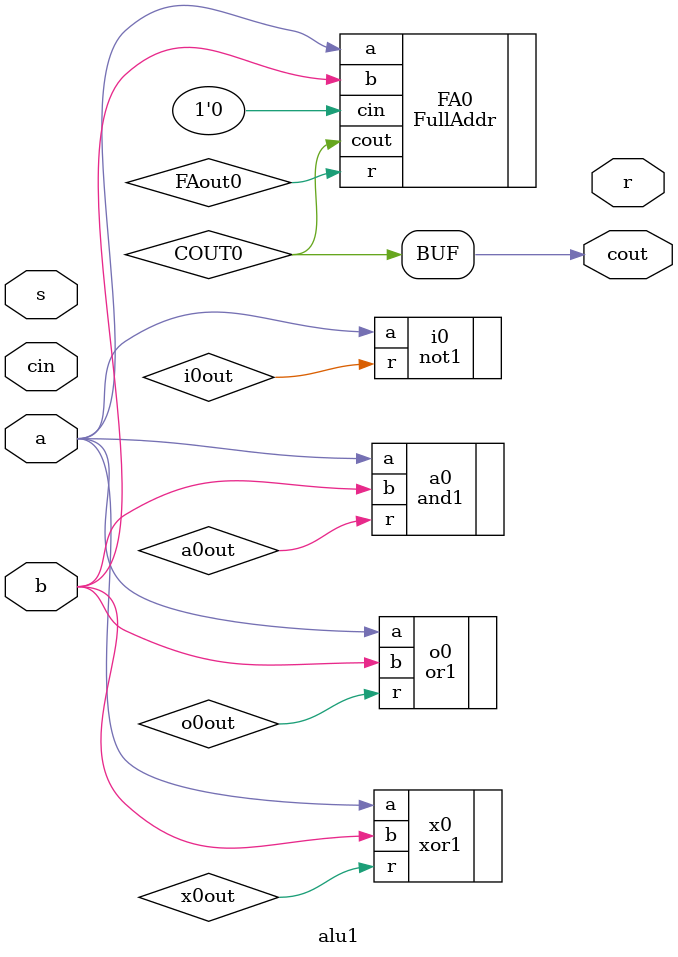
<source format=sv>
`timescale 1ns / 1ps
module alu1(
    input a,
    input b,
    input cin,
    input [2:0] s,
    output r,
    output cout
    );
    /////////////
    // DECODER //
    ///////////// 
    
    ////////////////
    // LOGIC UNIT //
    ////////////////
    logic i0out;
    not1 i0(.a,.r(i0out));
    
    logic a0out;
    and1 a0(.a,.b,.r(a0out));
    
    logic x0out;
    xor1 x0(.a,.b,.r(x0out));
    
    logic o0out;
    or1 o0(.a,.b,.r(o0out));
    /////////
    // ALU //
    /////////
    logic FAout0,COUT0;
    FullAddr FA0(.a,.b,.cin(1'b0),.r(FAout0),.cout(COUT0));
    
    //temp
    assign cout = COUT0;
endmodule

</source>
